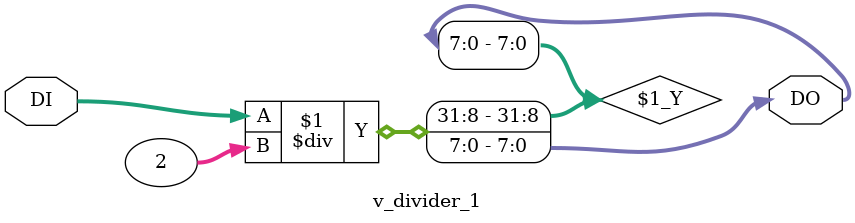
<source format=v>
module v_divider_1 (DI, DO);
    input  [7:0] DI;
    output [7:0] DO;

    assign DO = DI / 2;

endmodule

</source>
